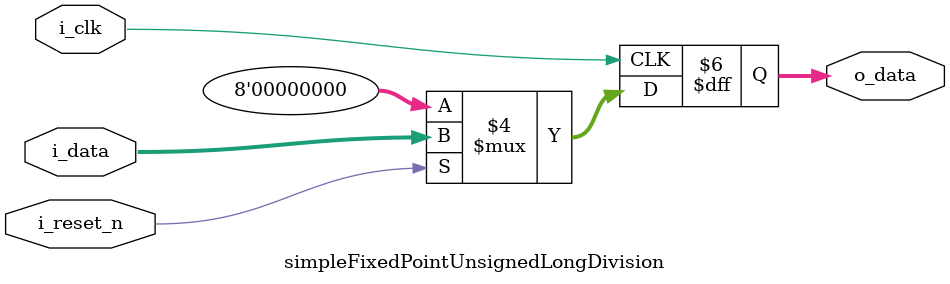
<source format=v>

`default_nettype none
`timescale 1ps/1ps

module simpleFixedPointUnsignedLongDivision(
    input   wire    [0:0]   i_clk,
    input   wire    [0:0]   i_reset_n,
    input   wire    [7:0]   i_data,
    output  reg     [7:0]   o_data
);

always @(posedge i_clk) begin
    if(!i_reset_n) begin
        o_data <= 8'h00;
    end else begin
        o_data <= i_data;
    end
end

endmodule

</source>
